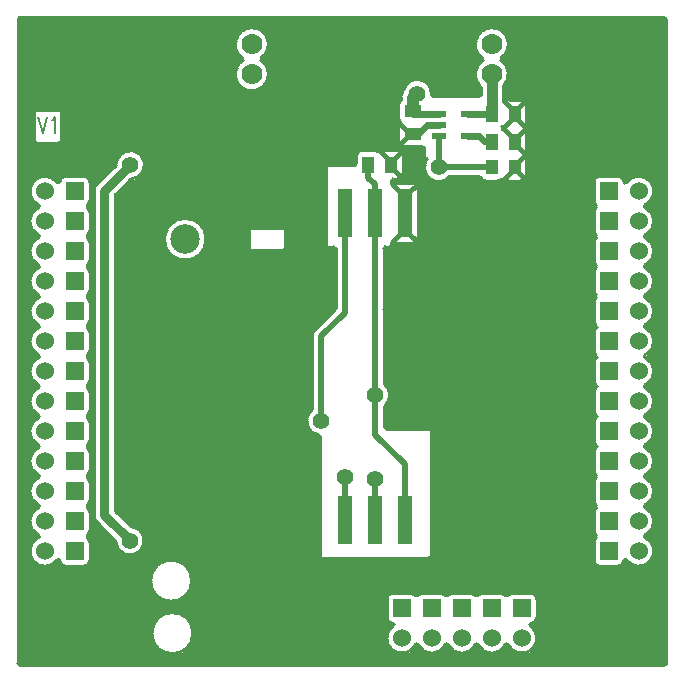
<source format=gbr>
*
*
G04 PADS 9.2 Build Number: 414666 generated Gerber (RS-274-X) file*
G04 PC Version=2.1*
*
%IN "GSM UBLOX LEON.pcb"*%
*
%MOIN*%
*
%FSLAX35Y35*%
*
*
*
*
G04 PC Standard Apertures*
*
*
G04 Thermal Relief Aperture macro.*
%AMTER*
1,1,$1,0,0*
1,0,$1-$2,0,0*
21,0,$3,$4,0,0,45*
21,0,$3,$4,0,0,135*
%
*
*
G04 Annular Aperture macro.*
%AMANN*
1,1,$1,0,0*
1,0,$2,0,0*
%
*
*
G04 Odd Aperture macro.*
%AMODD*
1,1,$1,0,0*
1,0,$1-0.005,0,0*
%
*
*
G04 PC Custom Aperture Macros*
*
*
*
*
*
*
G04 PC Aperture Table*
*
%ADD011C,0.06*%
%ADD012R,0.07X0.07*%
%ADD013C,0.23622*%
%ADD016C,0.04*%
%ADD017C,0.02*%
%ADD018C,0.015*%
%ADD019C,0.03*%
%ADD022C,0.055*%
%ADD024C,0.001*%
%ADD025C,0.01*%
%ADD031C,0.07*%
%ADD036C,0.008*%
%ADD040R,0.06X0.06*%
%ADD043R,0.056X0.039*%
%ADD044R,0.039X0.056*%
%ADD045C,0.09843*%
%ADD046R,0.039X0.051*%
%ADD047R,0.05X0.16*%
%ADD048R,0.045X0.024*%
%ADD049C,0.022*%
%ADD050C,0.035*%
*
*
*
*
G04 PC Circuitry*
G04 Layer Name GSM UBLOX LEON.pcb - circuitry*
%LPD*%
*
*
G04 PC Custom Flashes*
G04 Layer Name GSM UBLOX LEON.pcb - flashes*
%LPD*%
*
*
G04 PC Circuitry*
G04 Layer Name GSM UBLOX LEON.pcb - circuitry*
%LPD*%
*
G54D11*
G01X329000Y280000D03*
X131000Y250000D03*
X329000Y230000D03*
Y220000D03*
X131000Y240000D03*
X329000Y210000D03*
X131000Y230000D03*
X329000Y200000D03*
X131000Y220000D03*
X329000Y190000D03*
Y180000D03*
Y270000D03*
Y170000D03*
Y160000D03*
X290000Y131000D03*
X131000Y210000D03*
X280000Y131000D03*
X131000Y200000D03*
X250000Y131000D03*
X131000Y190000D03*
X270000Y131000D03*
X131000Y180000D03*
X260000Y131000D03*
X131000Y170000D03*
Y160000D03*
X329000Y260000D03*
X131000Y280000D03*
Y270000D03*
X329000Y250000D03*
X131000Y260000D03*
X329000Y240000D03*
G54D12*
X210000Y329000D03*
X290000D03*
G54D13*
X140000Y140000D03*
Y320000D03*
X320000D03*
Y140000D03*
G54D16*
X253600Y306600D02*
Y311200D01*
X254900Y312500*
X255100*
G54D17*
X231000Y170300D02*
Y184800D01*
X241000Y170300D02*
Y184000D01*
X241100Y184100*
X223000Y203400D02*
Y231600D01*
X231000Y239500*
Y272700*
X241200Y212000D02*
Y198900D01*
X251000Y189100*
Y170300*
X241000Y272700D02*
Y239800D01*
X241200Y239600*
Y212000*
X262300Y288000D02*
X280000D01*
X262250Y298300D02*
Y288000D01*
X262300*
X238800Y288900D02*
Y284500D01*
X241000Y282300*
Y272700*
G54D18*
X290964Y284036D02*
X288979Y286021D01*
X284236Y284036D02*
X286221Y286021D01*
X290964Y291964D02*
X288979Y289979D01*
X249764Y284686D02*
X247779Y286671D01*
X243036Y293114D02*
X245021Y291129D01*
X249764Y293114D02*
X247779Y291129D01*
X249386Y295636D02*
X251371Y297621D01*
X249386Y302364D02*
X251371Y300379D01*
X290964Y292286D02*
X288979Y294271D01*
X290964Y300714D02*
X288979Y298729D01*
X284236Y300714D02*
X286221Y298729D01*
X290964Y301486D02*
X288979Y303471D01*
X284236Y309914D02*
X286221Y307929D01*
X290964Y309914D02*
X288979Y307929D01*
X284236Y301486D02*
X286221Y303471D01*
X247086Y282114D02*
X249232Y279968D01*
X254914Y282114D02*
X252768Y279968D01*
X254914Y263286D02*
X252768Y265432D01*
X247086Y263286D02*
X249232Y265432D01*
G54D19*
X150900Y280200D02*
Y172100D01*
X159400Y163600*
Y163500*
X150900Y280200D02*
X159500Y288800D01*
G54D22*
X224300Y129200D03*
Y146500D03*
X159400Y163500D03*
X281000Y163600D03*
X241100Y184100D03*
X231000Y184800D03*
X223000Y203400D03*
X159600Y214000D03*
X241200Y212000D03*
X274000Y207700D03*
X213600Y217500D03*
X273700Y246700D03*
X289400Y251000D03*
X197300Y255400D03*
X218000Y255300D03*
Y263800D03*
X273700Y255300D03*
X197100Y272800D03*
X272700Y268300D03*
Y277000D03*
X159500Y288800D03*
X297800Y293000D03*
X262300Y288000D03*
X168700Y300000D03*
X174200Y305500D03*
X181900D03*
X190000D03*
X297800Y302300D03*
Y311200D03*
X255100Y312500D03*
G54D24*
G54D25*
X180331Y132700D02*
G75*
G03X180331I-6831J0D01*
G01X179931Y150200D02*
G03X179931I-6831J0D01*
G01X184721Y264000D02*
G03X184721I-6921J0D01*
G01X338000Y122500D02*
Y337500D01*
G03X337500Y338000I-500J-0*
G01X122500*
G03X122000Y337500I0J-500*
G01Y122500*
G03X122500Y122000I500J0*
G01X337500*
G03X338000Y122500I-0J500*
G01X284262Y300740D02*
G03Y301460I-347J360D01*
G01X284170Y301555D02*
G03X284262Y301460I1480J1345D01*
G01X284170Y301555D02*
G03X283430I-370J-337D01*
G01X283338Y301460D02*
G03X283430Y301555I-1388J1440D01*
G01X283338Y301460D02*
G03Y300740I347J-360D01*
G01X283430Y300645D02*
G03X283338Y300740I-1480J-1345D01*
G01X283430Y300645D02*
G03X284170I370J337D01*
G01X284262Y300740D02*
G03X284170Y300645I1388J-1440D01*
G01X331083Y275455D02*
G03X324905Y282869I-2083J4545D01*
G01X331083Y275455D02*
G03Y274545I208J-455D01*
G01Y265455D02*
G03Y274545I-2083J4545D01*
G01Y265455D02*
G03Y264545I208J-455D01*
G01Y255455D02*
G03Y264545I-2083J4545D01*
G01Y255455D02*
G03Y254545I208J-455D01*
G01Y245455D02*
G03Y254545I-2083J4545D01*
G01Y245455D02*
G03Y244545I208J-455D01*
G01Y235455D02*
G03Y244545I-2083J4545D01*
G01Y235455D02*
G03Y234545I208J-455D01*
G01Y225455D02*
G03Y234545I-2083J4545D01*
G01Y225455D02*
G03Y224545I208J-455D01*
G01Y215455D02*
G03Y224545I-2083J4545D01*
G01Y215455D02*
G03Y214545I208J-455D01*
G01Y205455D02*
G03Y214545I-2083J4545D01*
G01Y205455D02*
G03Y204545I208J-455D01*
G01Y195455D02*
G03Y204545I-2083J4545D01*
G01Y195455D02*
G03Y194545I208J-455D01*
G01Y185455D02*
G03Y194545I-2083J4545D01*
G01Y185455D02*
G03Y184545I208J-455D01*
G01Y175455D02*
G03Y184545I-2083J4545D01*
G01Y175455D02*
G03Y174545I208J-455D01*
G01Y165455D02*
G03Y174545I-2083J4545D01*
G01Y165455D02*
G03Y164545I208J-455D01*
G01X324905Y157131D02*
G03X331083Y164545I4095J2869D01*
G01X324905Y157131D02*
G03X323996Y156876I-410J-286D01*
G01X322000Y155000D02*
G03X323996Y156876I0J2000D01*
G01X322000Y155000D02*
X316000D01*
X314000Y157000D02*
G03X316000Y155000I2000J0D01*
G01X314000Y157000D02*
Y163000D01*
X314800Y164600D02*
G03X314000Y163000I1200J-1600D01*
G01X314800Y164600D02*
G03Y165400I-300J400D01*
G01X314000Y167000D02*
G03X314800Y165400I2000J0D01*
G01X314000Y167000D02*
Y173000D01*
X314800Y174600D02*
G03X314000Y173000I1200J-1600D01*
G01X314800Y174600D02*
G03Y175400I-300J400D01*
G01X314000Y177000D02*
G03X314800Y175400I2000J0D01*
G01X314000Y177000D02*
Y183000D01*
X314800Y184600D02*
G03X314000Y183000I1200J-1600D01*
G01X314800Y184600D02*
G03Y185400I-300J400D01*
G01X314000Y187000D02*
G03X314800Y185400I2000J0D01*
G01X314000Y187000D02*
Y193000D01*
X314800Y194600D02*
G03X314000Y193000I1200J-1600D01*
G01X314800Y194600D02*
G03Y195400I-300J400D01*
G01X314000Y197000D02*
G03X314800Y195400I2000J0D01*
G01X314000Y197000D02*
Y203000D01*
X314800Y204600D02*
G03X314000Y203000I1200J-1600D01*
G01X314800Y204600D02*
G03Y205400I-300J400D01*
G01X314000Y207000D02*
G03X314800Y205400I2000J0D01*
G01X314000Y207000D02*
Y213000D01*
X314800Y214600D02*
G03X314000Y213000I1200J-1600D01*
G01X314800Y214600D02*
G03Y215400I-300J400D01*
G01X314000Y217000D02*
G03X314800Y215400I2000J0D01*
G01X314000Y217000D02*
Y223000D01*
X314800Y224600D02*
G03X314000Y223000I1200J-1600D01*
G01X314800Y224600D02*
G03Y225400I-300J400D01*
G01X314000Y227000D02*
G03X314800Y225400I2000J0D01*
G01X314000Y227000D02*
Y233000D01*
X314800Y234600D02*
G03X314000Y233000I1200J-1600D01*
G01X314800Y234600D02*
G03Y235400I-300J400D01*
G01X314000Y237000D02*
G03X314800Y235400I2000J0D01*
G01X314000Y237000D02*
Y243000D01*
X314800Y244600D02*
G03X314000Y243000I1200J-1600D01*
G01X314800Y244600D02*
G03Y245400I-300J400D01*
G01X314000Y247000D02*
G03X314800Y245400I2000J0D01*
G01X314000Y247000D02*
Y253000D01*
X314800Y254600D02*
G03X314000Y253000I1200J-1600D01*
G01X314800Y254600D02*
G03Y255400I-300J400D01*
G01X314000Y257000D02*
G03X314800Y255400I2000J0D01*
G01X314000Y257000D02*
Y263000D01*
X314800Y264600D02*
G03X314000Y263000I1200J-1600D01*
G01X314800Y264600D02*
G03Y265400I-300J400D01*
G01X314000Y267000D02*
G03X314800Y265400I2000J0D01*
G01X314000Y267000D02*
Y273000D01*
X314800Y274600D02*
G03X314000Y273000I1200J-1600D01*
G01X314800Y274600D02*
G03Y275400I-300J400D01*
G01X314000Y277000D02*
G03X314800Y275400I2000J0D01*
G01X314000Y277000D02*
Y283000D01*
X316000Y285000D02*
G03X314000Y283000I0J-2000D01*
G01X316000Y285000D02*
X322000D01*
X323996Y283124D02*
G03X322000Y285000I-1996J-124D01*
G01X323996Y283124D02*
G03X324905Y282869I499J31D01*
G01X295000Y144000D02*
Y138000D01*
X293124Y136004D02*
G03X295000Y138000I-124J1996D01*
G01X293124Y136004D02*
G03X292869Y135095I31J-499D01*
G01X285455Y128917D02*
G03X292869Y135095I4545J2083D01*
G01X285455Y128917D02*
G03X284545I-455J-208D01*
G01X275455D02*
G03X284545I4545J2083D01*
G01X275455D02*
G03X274545I-455J-208D01*
G01X265455D02*
G03X274545I4545J2083D01*
G01X265455D02*
G03X264545I-455J-208D01*
G01X255455D02*
G03X264545I4545J2083D01*
G01X255455D02*
G03X254545I-455J-208D01*
G01X247131Y135095D02*
G03X254545Y128917I2869J-4095D01*
G01X247131Y135095D02*
G03X246876Y136004I-286J410D01*
G01X245000Y138000D02*
G03X246876Y136004I2000J0D01*
G01X245000Y138000D02*
Y144000D01*
X247000Y146000D02*
G03X245000Y144000I0J-2000D01*
G01X247000Y146000D02*
X253000D01*
X254600Y145200D02*
G03X253000Y146000I-1600J-1200D01*
G01X254600Y145200D02*
G03X255400I400J300D01*
G01X257000Y146000D02*
G03X255400Y145200I0J-2000D01*
G01X257000Y146000D02*
X263000D01*
X264600Y145200D02*
G03X263000Y146000I-1600J-1200D01*
G01X264600Y145200D02*
G03X265400I400J300D01*
G01X267000Y146000D02*
G03X265400Y145200I0J-2000D01*
G01X267000Y146000D02*
X273000D01*
X274600Y145200D02*
G03X273000Y146000I-1600J-1200D01*
G01X274600Y145200D02*
G03X275400I400J300D01*
G01X277000Y146000D02*
G03X275400Y145200I0J-2000D01*
G01X277000Y146000D02*
X283000D01*
X284600Y145200D02*
G03X283000Y146000I-1600J-1200D01*
G01X284600Y145200D02*
G03X285400I400J300D01*
G01X287000Y146000D02*
G03X285400Y145200I0J-2000D01*
G01X287000Y146000D02*
X293000D01*
X295000Y144000D02*
G03X293000Y146000I-2000J0D01*
G01X259600Y200400D02*
Y158300D01*
X259100Y157800D02*
G03X259600Y158300I0J500D01*
G01X259100Y157800D02*
X223300D01*
X222800Y158300D02*
G03X223300Y157800I500J0D01*
G01X222800Y158300D02*
Y198197D01*
G03X222367Y198692I-500J-0*
G01X219833Y206940D02*
G03X222367Y198692I3167J-3540D01*
G01X219833Y206940D02*
G03X220000Y207313I-333J373D01*
G01Y231600*
X220892Y233735D02*
G03X220000Y231600I2108J-2135D01*
G01X220892Y233735D02*
X227851Y240607D01*
G03X228000Y240963I-351J356*
G01Y261000*
G03X227500Y261500I-500J-0*
G01X225100*
X224600Y262000D02*
G03X225100Y261500I500J0D01*
G01X224600Y262000D02*
Y288400D01*
X225100Y288900D02*
G03X224600Y288400I0J-500D01*
G01X225100Y288900D02*
X234350D01*
G03X234850Y289400I-0J500*
G01Y291700*
X236850Y293700D02*
G03X234850Y291700I0J-2000D01*
G01X236850Y293700D02*
X240750D01*
X242230Y293045D02*
G03X240750Y293700I-1480J-1345D01*
G01X242230Y293045D02*
G03X242970I370J337D01*
G01X244450Y293700D02*
G03X242970Y293045I0J-2000D01*
G01X244450Y293700D02*
X248350D01*
X250350Y291700D02*
G03X248350Y293700I-2000J0D01*
G01X250350Y291700D02*
Y286100D01*
X248350Y284100D02*
G03X250350Y286100I0J2000D01*
G01X248350Y284100D02*
X247000D01*
G03X246500Y283600I0J-500*
G01Y282700*
G03X247300Y282300I500J0*
G01X248500Y282700D02*
G03X247300Y282300I0J-2000D01*
G01X248500Y282700D02*
X253500D01*
X255500Y280700D02*
G03X253500Y282700I-2000J0D01*
G01X255500Y280700D02*
Y264700D01*
X253500Y262700D02*
G03X255500Y264700I0J2000D01*
G01X253500Y262700D02*
X248500D01*
X247300Y263100D02*
G03X248500Y262700I1200J1600D01*
G01X247300Y263100D02*
G03X246500Y262700I-300J-400D01*
G01Y262000*
X246000Y261500D02*
G03X246500Y262000I0J500D01*
G01X246000Y261500D02*
X244500D01*
G03X244000Y261000I0J-500*
G01Y240766*
G03X244029Y240600I500J0*
G01X244200Y239600D02*
G03X244029Y240600I-3000J0D01*
G01X244200Y239600D02*
Y215913D01*
G03X244367Y215540I500J0*
G01Y208460D02*
G03Y215540I-3167J3540D01*
G01Y208460D02*
G03X244200Y208087I333J-373D01*
G01Y201400*
G03X244700Y200900I500J0*
G01X259100*
X259600Y200400D02*
G03X259100Y200900I-500J0D01*
G01X291550Y308500D02*
Y302900D01*
X290938Y301460D02*
G03X291550Y302900I-1388J1440D01*
G01X290938Y301460D02*
G03Y300740I347J-360D01*
G01X291550Y299300D02*
G03X290938Y300740I-2000J0D01*
G01X291550Y299300D02*
Y293700D01*
X291103Y292440D02*
G03X291550Y293700I-1553J1260D01*
G01X291103Y292440D02*
G03Y291810I389J-315D01*
G01X291550Y290550D02*
G03X291103Y291810I-2000J0D01*
G01X291550Y290550D02*
Y285450D01*
X289550Y283450D02*
G03X291550Y285450I0J2000D01*
G01X289550Y283450D02*
X285650D01*
X284170Y284105D02*
G03X285650Y283450I1480J1345D01*
G01X284170Y284105D02*
G03X283430I-370J-337D01*
G01X281950Y283450D02*
G03X283430Y284105I0J2000D01*
G01X281950Y283450D02*
X278050D01*
X276200Y284690D02*
G03X278050Y283450I1850J760D01*
G01X276200Y284690D02*
G03X275738Y285000I-462J-190D01*
G01X266213*
G03X265840Y284833I0J-500*
G01X258282Y290533D02*
G03X265840Y284833I4018J-2533D01*
G01X258282Y290533D02*
G03X257859Y291300I-423J267D01*
G01X257800*
X257300Y291800D02*
G03X257800Y291300I500J0D01*
G01X257300Y291800D02*
Y294582D01*
G03X256720Y295076I-500J0*
G01X256400Y295050D02*
G03X256720Y295076I0J2000D01*
G01X256400Y295050D02*
X250800D01*
X248800Y297050D02*
G03X250800Y295050I2000J0D01*
G01X248800Y297050D02*
Y300950D01*
X249455Y302430D02*
G03X248800Y300950I1345J-1480D01*
G01X249455Y302430D02*
G03Y303170I-337J370D01*
G01X248800Y304650D02*
G03X249455Y303170I2000J0D01*
G01X248800Y304650D02*
Y308550D01*
X249440Y310016D02*
G03X248800Y308550I1360J-1466D01*
G01X249440Y310016D02*
G03X249600Y310383I-340J367D01*
G01Y311200*
X250457Y313674D02*
G03X249600Y311200I3143J-2474D01*
G01X250457Y313674D02*
G03X250543Y313842I-393J309D01*
G01X259836Y312138D02*
G03X250543Y313842I-4736J362D01*
G01X259836Y312138D02*
G03X260335Y311600I499J-38D01*
G01X275750*
G03X276250Y312100I-0J500*
G01Y314765*
G03X276104Y315118I-500J-0*
G01X276960Y323583D02*
G03X276104Y315118I3040J-4583D01*
G01X276960Y323583D02*
G03Y324417I-277J417D01*
G01X283040D02*
G03X276960I-3040J4583D01*
G01X283040D02*
G03Y323583I277J-417D01*
G01X283896Y315118D02*
G03X283040Y323583I-3896J3882D01*
G01X283896Y315118D02*
G03X283750Y314765I354J-353D01*
G01Y310571*
G03X284530Y310157I500J0*
G01X285650Y310500D02*
G03X284530Y310157I0J-2000D01*
G01X285650Y310500D02*
X289550D01*
X291550Y308500D02*
G03X289550Y310500I-2000J0D01*
G01X211000Y267100D02*
Y260900D01*
X210500Y260400D02*
G03X211000Y260900I0J500D01*
G01X210500Y260400D02*
X199500D01*
X199000Y260900D02*
G03X199500Y260400I500J0D01*
G01X199000Y260900D02*
Y267100D01*
X199500Y267600D02*
G03X199000Y267100I0J-500D01*
G01X199500Y267600D02*
X210500D01*
X211000Y267100D02*
G03X210500Y267600I-500J0D01*
G01X203040Y324417D02*
G03X196960I-3040J4583D01*
G01X203040D02*
G03Y323583I277J-417D01*
G01X196960D02*
G03X203040I3040J-4583D01*
G01X196960D02*
G03Y324417I-277J417D01*
G01X180331Y132700D02*
G03X180331I-6831J0D01*
G01X179931Y150200D02*
G03X179931I-6831J0D01*
G01X184721Y264000D02*
G03X184721I-6921J0D01*
G01X159884Y284065D02*
G03X154765Y289184I-384J4735D01*
G01X159884Y284065D02*
G03X159570Y283921I40J-498D01*
G01X154546Y278897*
G03X154400Y278543I354J-354*
G01Y173757*
G03X154546Y173403I500J-0*
G01X159581Y168369*
G03X159883Y168225I353J354*
G01X154659Y163214D02*
G03X159883Y168225I4741J286D01*
G01X154659Y163214D02*
G03X154513Y163537I-499J-30D01*
G01X148425Y169625*
X147400Y172100D02*
G03X148425Y169625I3500J0D01*
G01X147400Y172100D02*
Y280200D01*
X148425Y282675D02*
G03X147400Y280200I2475J-2475D01*
G01X148425Y282675D02*
X154621Y288870D01*
G03X154765Y289184I-354J354*
G01X146000Y283000D02*
Y277000D01*
X145200Y275400D02*
G03X146000Y277000I-1200J1600D01*
G01X145200Y275400D02*
G03Y274600I300J-400D01*
G01X146000Y273000D02*
G03X145200Y274600I-2000J0D01*
G01X146000Y273000D02*
Y267000D01*
X145200Y265400D02*
G03X146000Y267000I-1200J1600D01*
G01X145200Y265400D02*
G03Y264600I300J-400D01*
G01X146000Y263000D02*
G03X145200Y264600I-2000J0D01*
G01X146000Y263000D02*
Y257000D01*
X145200Y255400D02*
G03X146000Y257000I-1200J1600D01*
G01X145200Y255400D02*
G03Y254600I300J-400D01*
G01X146000Y253000D02*
G03X145200Y254600I-2000J0D01*
G01X146000Y253000D02*
Y247000D01*
X145200Y245400D02*
G03X146000Y247000I-1200J1600D01*
G01X145200Y245400D02*
G03Y244600I300J-400D01*
G01X146000Y243000D02*
G03X145200Y244600I-2000J0D01*
G01X146000Y243000D02*
Y237000D01*
X145200Y235400D02*
G03X146000Y237000I-1200J1600D01*
G01X145200Y235400D02*
G03Y234600I300J-400D01*
G01X146000Y233000D02*
G03X145200Y234600I-2000J0D01*
G01X146000Y233000D02*
Y227000D01*
X145200Y225400D02*
G03X146000Y227000I-1200J1600D01*
G01X145200Y225400D02*
G03Y224600I300J-400D01*
G01X146000Y223000D02*
G03X145200Y224600I-2000J0D01*
G01X146000Y223000D02*
Y217000D01*
X145200Y215400D02*
G03X146000Y217000I-1200J1600D01*
G01X145200Y215400D02*
G03Y214600I300J-400D01*
G01X146000Y213000D02*
G03X145200Y214600I-2000J0D01*
G01X146000Y213000D02*
Y207000D01*
X145200Y205400D02*
G03X146000Y207000I-1200J1600D01*
G01X145200Y205400D02*
G03Y204600I300J-400D01*
G01X146000Y203000D02*
G03X145200Y204600I-2000J0D01*
G01X146000Y203000D02*
Y197000D01*
X145200Y195400D02*
G03X146000Y197000I-1200J1600D01*
G01X145200Y195400D02*
G03Y194600I300J-400D01*
G01X146000Y193000D02*
G03X145200Y194600I-2000J0D01*
G01X146000Y193000D02*
Y187000D01*
X145200Y185400D02*
G03X146000Y187000I-1200J1600D01*
G01X145200Y185400D02*
G03Y184600I300J-400D01*
G01X146000Y183000D02*
G03X145200Y184600I-2000J0D01*
G01X146000Y183000D02*
Y177000D01*
X145200Y175400D02*
G03X146000Y177000I-1200J1600D01*
G01X145200Y175400D02*
G03Y174600I300J-400D01*
G01X146000Y173000D02*
G03X145200Y174600I-2000J0D01*
G01X146000Y173000D02*
Y167000D01*
X145200Y165400D02*
G03X146000Y167000I-1200J1600D01*
G01X145200Y165400D02*
G03Y164600I300J-400D01*
G01X146000Y163000D02*
G03X145200Y164600I-2000J0D01*
G01X146000Y163000D02*
Y157000D01*
X144000Y155000D02*
G03X146000Y157000I0J2000D01*
G01X144000Y155000D02*
X138000D01*
X136004Y156876D02*
G03X138000Y155000I1996J124D01*
G01X136004Y156876D02*
G03X135095Y157131I-499J-31D01*
G01X128917Y164545D02*
G03X135095Y157131I2083J-4545D01*
G01X128917Y164545D02*
G03Y165455I-208J455D01*
G01Y174545D02*
G03Y165455I2083J-4545D01*
G01Y174545D02*
G03Y175455I-208J455D01*
G01Y184545D02*
G03Y175455I2083J-4545D01*
G01Y184545D02*
G03Y185455I-208J455D01*
G01Y194545D02*
G03Y185455I2083J-4545D01*
G01Y194545D02*
G03Y195455I-208J455D01*
G01Y204545D02*
G03Y195455I2083J-4545D01*
G01Y204545D02*
G03Y205455I-208J455D01*
G01Y214545D02*
G03Y205455I2083J-4545D01*
G01Y214545D02*
G03Y215455I-208J455D01*
G01Y224545D02*
G03Y215455I2083J-4545D01*
G01Y224545D02*
G03Y225455I-208J455D01*
G01Y234545D02*
G03Y225455I2083J-4545D01*
G01Y234545D02*
G03Y235455I-208J455D01*
G01Y244545D02*
G03Y235455I2083J-4545D01*
G01Y244545D02*
G03Y245455I-208J455D01*
G01Y254545D02*
G03Y245455I2083J-4545D01*
G01Y254545D02*
G03Y255455I-208J455D01*
G01Y264545D02*
G03Y255455I2083J-4545D01*
G01Y264545D02*
G03Y265455I-208J455D01*
G01Y274545D02*
G03Y265455I2083J-4545D01*
G01Y274545D02*
G03Y275455I-208J455D01*
G01X135095Y282869D02*
G03X128917Y275455I-4095J-2869D01*
G01X135095Y282869D02*
G03X136004Y283124I410J286D01*
G01X138000Y285000D02*
G03X136004Y283124I0J-2000D01*
G01X138000Y285000D02*
X144000D01*
X146000Y283000D02*
G03X144000Y285000I-2000J0D01*
G01X136532Y306000D02*
Y297200D01*
X135432Y296100D02*
G03X136532Y297200I-0J1100D01*
G01X135432Y296100D02*
X128450D01*
X127350Y297200D02*
G03X128450Y296100I1100J0D01*
G01X127350Y297200D02*
Y306000D01*
X128450Y307100D02*
G03X127350Y306000I0J-1100D01*
G01X128450Y307100D02*
X135432D01*
X136532Y306000D02*
G03X135432Y307100I-1100J0D01*
G01X283284Y301399D02*
X284316D01*
X283670Y300499D02*
X283930D01*
X122000Y337399D02*
X338000D01*
X122000Y336499D02*
X338000D01*
X122000Y335599D02*
X338000D01*
X122000Y334699D02*
X338000D01*
X282688Y333799D02*
X338000D01*
X283879Y332899D02*
X338000D01*
X284611Y331999D02*
X338000D01*
X285084Y331099D02*
X338000D01*
X285368Y330199D02*
X338000D01*
X285492Y329299D02*
X338000D01*
X285467Y328399D02*
X338000D01*
X285291Y327499D02*
X338000D01*
X284948Y326599D02*
X338000D01*
X284399Y325699D02*
X338000D01*
X283550Y324799D02*
X338000D01*
X282827Y323899D02*
X338000D01*
X283776Y322999D02*
X338000D01*
X284544Y322099D02*
X338000D01*
X285041Y321199D02*
X338000D01*
X285344Y320299D02*
X338000D01*
X285486Y319399D02*
X338000D01*
X285477Y318499D02*
X338000D01*
X285319Y317599D02*
X338000D01*
X284995Y316699D02*
X338000D01*
X284472Y315799D02*
X338000D01*
X283768Y314899D02*
X338000D01*
X283750Y313999D02*
X338000D01*
X283750Y313099D02*
X338000D01*
X283750Y312199D02*
X338000D01*
X283750Y311299D02*
X338000D01*
X290179Y310399D02*
X338000D01*
X291283Y309499D02*
X338000D01*
X291548Y308599D02*
X338000D01*
X291550Y307699D02*
X338000D01*
X291550Y306799D02*
X338000D01*
X291550Y305899D02*
X338000D01*
X291550Y304999D02*
X338000D01*
X291550Y304099D02*
X338000D01*
X291550Y303199D02*
X338000D01*
X291457Y302299D02*
X338000D01*
X290884Y301399D02*
X338000D01*
X291151Y300499D02*
X338000D01*
X291528Y299599D02*
X338000D01*
X291550Y298699D02*
X338000D01*
X291550Y297799D02*
X338000D01*
X291550Y296899D02*
X338000D01*
X291550Y295999D02*
X338000D01*
X291550Y295099D02*
X338000D01*
X291550Y294199D02*
X338000D01*
X291509Y293299D02*
X338000D01*
X291073Y292399D02*
X338000D01*
X291311Y291499D02*
X338000D01*
X291549Y290599D02*
X338000D01*
X291550Y289699D02*
X338000D01*
X291550Y288799D02*
X338000D01*
X291550Y287899D02*
X338000D01*
X291550Y286999D02*
X338000D01*
X291550Y286099D02*
X338000D01*
X291534Y285199D02*
X338000D01*
X331554Y284299D02*
X338000D01*
X332667Y283399D02*
X338000D01*
X333331Y282499D02*
X338000D01*
X333738Y281599D02*
X338000D01*
X333951Y280699D02*
X338000D01*
X333996Y279799D02*
X338000D01*
X333877Y278899D02*
X338000D01*
X333582Y277999D02*
X338000D01*
X333072Y277099D02*
X338000D01*
X332248Y276199D02*
X338000D01*
X330890Y275299D02*
X338000D01*
X331377Y274399D02*
X338000D01*
X332572Y273499D02*
X338000D01*
X333272Y272599D02*
X338000D01*
X333703Y271699D02*
X338000D01*
X333936Y270799D02*
X338000D01*
X333999Y269899D02*
X338000D01*
X333899Y268999D02*
X338000D01*
X333624Y268099D02*
X338000D01*
X333142Y267199D02*
X338000D01*
X332362Y266299D02*
X338000D01*
X330990Y265399D02*
X338000D01*
X331182Y264499D02*
X338000D01*
X332471Y263599D02*
X338000D01*
X333209Y262699D02*
X338000D01*
X333665Y261799D02*
X338000D01*
X333919Y260899D02*
X338000D01*
X334000Y259999D02*
X338000D01*
X333918Y259099D02*
X338000D01*
X333664Y258199D02*
X338000D01*
X333208Y257299D02*
X338000D01*
X332469Y256399D02*
X338000D01*
X331177Y255499D02*
X338000D01*
X330993Y254599D02*
X338000D01*
X332365Y253699D02*
X338000D01*
X333143Y252799D02*
X338000D01*
X333625Y251899D02*
X338000D01*
X333899Y250999D02*
X338000D01*
X333999Y250099D02*
X338000D01*
X333935Y249199D02*
X338000D01*
X333702Y248299D02*
X338000D01*
X333270Y247399D02*
X338000D01*
X332569Y246499D02*
X338000D01*
X331372Y245599D02*
X338000D01*
X330892Y244699D02*
X338000D01*
X332251Y243799D02*
X338000D01*
X333074Y242899D02*
X338000D01*
X333583Y241999D02*
X338000D01*
X333878Y241099D02*
X338000D01*
X333996Y240199D02*
X338000D01*
X333951Y239299D02*
X338000D01*
X333737Y238399D02*
X338000D01*
X333329Y237499D02*
X338000D01*
X332665Y236599D02*
X338000D01*
X331549Y235699D02*
X338000D01*
X330834Y234799D02*
X338000D01*
X332131Y233899D02*
X338000D01*
X333001Y232999D02*
X338000D01*
X333538Y232099D02*
X338000D01*
X333854Y231199D02*
X338000D01*
X333991Y230299D02*
X338000D01*
X333964Y229399D02*
X338000D01*
X333769Y228499D02*
X338000D01*
X333386Y227599D02*
X338000D01*
X332755Y226699D02*
X338000D01*
X331711Y225799D02*
X338000D01*
X330802Y224899D02*
X338000D01*
X332002Y223999D02*
X338000D01*
X332924Y223099D02*
X338000D01*
X333491Y222199D02*
X338000D01*
X333828Y221299D02*
X338000D01*
X333984Y220399D02*
X338000D01*
X333975Y219499D02*
X338000D01*
X333800Y218599D02*
X338000D01*
X333439Y217699D02*
X338000D01*
X332841Y216799D02*
X338000D01*
X331860Y215899D02*
X338000D01*
X330791Y214999D02*
X338000D01*
X331864Y214099D02*
X338000D01*
X332843Y213199D02*
X338000D01*
X333440Y212299D02*
X338000D01*
X333800Y211399D02*
X338000D01*
X333975Y210499D02*
X338000D01*
X333984Y209599D02*
X338000D01*
X333828Y208699D02*
X338000D01*
X333489Y207799D02*
X338000D01*
X332922Y206899D02*
X338000D01*
X331998Y205999D02*
X338000D01*
X330801Y205099D02*
X338000D01*
X331715Y204199D02*
X338000D01*
X332758Y203299D02*
X338000D01*
X333387Y202399D02*
X338000D01*
X333770Y201499D02*
X338000D01*
X333964Y200599D02*
X338000D01*
X333991Y199699D02*
X338000D01*
X333854Y198799D02*
X338000D01*
X333537Y197899D02*
X338000D01*
X332999Y196999D02*
X338000D01*
X332127Y196099D02*
X338000D01*
X330833Y195199D02*
X338000D01*
X331554Y194299D02*
X338000D01*
X332667Y193399D02*
X338000D01*
X333331Y192499D02*
X338000D01*
X333738Y191599D02*
X338000D01*
X333951Y190699D02*
X338000D01*
X333996Y189799D02*
X338000D01*
X333877Y188899D02*
X338000D01*
X333582Y187999D02*
X338000D01*
X333072Y187099D02*
X338000D01*
X332248Y186199D02*
X338000D01*
X330890Y185299D02*
X338000D01*
X331377Y184399D02*
X338000D01*
X332572Y183499D02*
X338000D01*
X333272Y182599D02*
X338000D01*
X333703Y181699D02*
X338000D01*
X333936Y180799D02*
X338000D01*
X333999Y179899D02*
X338000D01*
X333899Y178999D02*
X338000D01*
X333624Y178099D02*
X338000D01*
X333142Y177199D02*
X338000D01*
X332362Y176299D02*
X338000D01*
X330990Y175399D02*
X338000D01*
X331182Y174499D02*
X338000D01*
X332471Y173599D02*
X338000D01*
X333209Y172699D02*
X338000D01*
X333665Y171799D02*
X338000D01*
X333919Y170899D02*
X338000D01*
X334000Y169999D02*
X338000D01*
X333918Y169099D02*
X338000D01*
X333664Y168199D02*
X338000D01*
X333208Y167299D02*
X338000D01*
X332469Y166399D02*
X338000D01*
X331177Y165499D02*
X338000D01*
X330993Y164599D02*
X338000D01*
X332365Y163699D02*
X338000D01*
X333143Y162799D02*
X338000D01*
X333625Y161899D02*
X338000D01*
X333899Y160999D02*
X338000D01*
X333999Y160099D02*
X338000D01*
X333935Y159199D02*
X338000D01*
X333702Y158299D02*
X338000D01*
X333270Y157399D02*
X338000D01*
X332569Y156499D02*
X338000D01*
X331372Y155599D02*
X338000D01*
X178240Y154699D02*
X338000D01*
X178906Y153799D02*
X338000D01*
X179375Y152899D02*
X338000D01*
X179690Y151999D02*
X338000D01*
X179871Y151099D02*
X338000D01*
X179931Y150199D02*
X338000D01*
X179871Y149299D02*
X338000D01*
X179689Y148399D02*
X338000D01*
X179374Y147499D02*
X338000D01*
X178904Y146599D02*
X338000D01*
X294056Y145699D02*
X338000D01*
X294834Y144799D02*
X338000D01*
X295000Y143899D02*
X338000D01*
X295000Y142999D02*
X338000D01*
X295000Y142099D02*
X338000D01*
X295000Y141199D02*
X338000D01*
X295000Y140299D02*
X338000D01*
X295000Y139399D02*
X338000D01*
X295000Y138499D02*
X338000D01*
X294959Y137599D02*
X338000D01*
X294519Y136699D02*
X338000D01*
X292751Y135799D02*
X338000D01*
X293131Y134899D02*
X338000D01*
X294001Y133999D02*
X338000D01*
X294538Y133099D02*
X338000D01*
X294854Y132199D02*
X338000D01*
X294991Y131299D02*
X338000D01*
X294964Y130399D02*
X338000D01*
X294769Y129499D02*
X338000D01*
X294386Y128599D02*
X338000D01*
X293755Y127699D02*
X338000D01*
X292711Y126799D02*
X338000D01*
X174133Y125899D02*
X338000D01*
X122000Y124999D02*
X338000D01*
X122000Y124099D02*
X338000D01*
X122000Y123199D02*
X338000D01*
X122042Y122299D02*
X337958D01*
X323427Y155599D02*
X326628D01*
X323521Y284299D02*
X326446D01*
X323936Y156499D02*
X325431D01*
X323960Y283399D02*
X325333D01*
X244884Y214999D02*
X315000D01*
X244200Y205099D02*
X314990D01*
X244200Y224899D02*
X314990D01*
X259600Y195199D02*
X314959D01*
X244200Y234799D02*
X314958D01*
X255500Y275299D02*
X314901D01*
X259600Y185299D02*
X314901D01*
X244000Y244699D02*
X314899D01*
X255500Y265399D02*
X314802D01*
X259600Y175399D02*
X314802D01*
X244000Y254599D02*
X314798D01*
X259600Y164599D02*
X314798D01*
X244000Y255499D02*
X314679D01*
X259600Y165499D02*
X314679D01*
X255490Y264499D02*
X314676D01*
X259600Y174499D02*
X314676D01*
X244000Y245599D02*
X314573D01*
X177285Y155599D02*
X314573D01*
X255500Y274399D02*
X314570D01*
X259600Y184399D02*
X314570D01*
X244200Y235699D02*
X314481D01*
X291185Y284299D02*
X314479D01*
X259600Y194299D02*
X314479D01*
X244200Y225799D02*
X314401D01*
X244200Y204199D02*
X314399D01*
X244200Y215899D02*
X314331D01*
X245461Y214099D02*
X314329D01*
X244200Y205999D02*
X314269D01*
X244200Y223999D02*
X314267D01*
X259600Y196099D02*
X314215D01*
X244200Y233899D02*
X314213D01*
X255500Y276199D02*
X314168D01*
X259600Y186199D02*
X314168D01*
X244000Y243799D02*
X314166D01*
X255500Y266299D02*
X314127D01*
X259600Y176299D02*
X314127D01*
X244000Y253699D02*
X314126D01*
X259600Y163699D02*
X314126D01*
X244000Y256399D02*
X314093D01*
X259600Y166399D02*
X314093D01*
X255169Y263599D02*
X314092D01*
X259600Y173599D02*
X314092D01*
X244000Y246499D02*
X314064D01*
X175743Y156499D02*
X314064D01*
X255500Y273499D02*
X314063D01*
X259600Y183499D02*
X314063D01*
X244200Y236599D02*
X314041D01*
X263479Y283399D02*
X314040D01*
X259600Y193399D02*
X314040D01*
X244200Y226699D02*
X314023D01*
X244200Y203299D02*
X314022D01*
X244200Y216799D02*
X314010D01*
X245796Y213199D02*
X314010D01*
X244200Y206899D02*
X314003D01*
X244200Y223099D02*
X314002D01*
X254375Y282499D02*
X314000D01*
X255287Y281599D02*
X314000D01*
X255500Y280699D02*
X314000D01*
X255500Y279799D02*
X314000D01*
X255500Y278899D02*
X314000D01*
X255500Y277999D02*
X314000D01*
X255500Y277099D02*
X314000D01*
X255500Y272599D02*
X314000D01*
X255500Y271699D02*
X314000D01*
X255500Y270799D02*
X314000D01*
X255500Y269899D02*
X314000D01*
X255500Y268999D02*
X314000D01*
X255500Y268099D02*
X314000D01*
X255500Y267199D02*
X314000D01*
X246500Y262699D02*
X314000D01*
X246458Y261799D02*
X314000D01*
X244000Y260899D02*
X314000D01*
X244000Y259999D02*
X314000D01*
X244000Y259099D02*
X314000D01*
X244000Y258199D02*
X314000D01*
X244000Y257299D02*
X314000D01*
X244000Y252799D02*
X314000D01*
X244000Y251899D02*
X314000D01*
X244000Y250999D02*
X314000D01*
X244000Y250099D02*
X314000D01*
X244000Y249199D02*
X314000D01*
X244000Y248299D02*
X314000D01*
X244000Y247399D02*
X314000D01*
X244000Y242899D02*
X314000D01*
X244000Y241999D02*
X314000D01*
X244000Y241099D02*
X314000D01*
X244140Y240199D02*
X314000D01*
X244200Y239299D02*
X314000D01*
X244200Y238399D02*
X314000D01*
X244200Y237499D02*
X314000D01*
X244200Y232999D02*
X314000D01*
X244200Y232099D02*
X314000D01*
X244200Y231199D02*
X314000D01*
X244200Y230299D02*
X314000D01*
X244200Y229399D02*
X314000D01*
X244200Y228499D02*
X314000D01*
X244200Y227599D02*
X314000D01*
X244200Y222199D02*
X314000D01*
X244200Y221299D02*
X314000D01*
X244200Y220399D02*
X314000D01*
X244200Y219499D02*
X314000D01*
X244200Y218599D02*
X314000D01*
X244200Y217699D02*
X314000D01*
X245941Y212299D02*
X314000D01*
X245912Y211399D02*
X314000D01*
X245707Y210499D02*
X314000D01*
X245298Y209599D02*
X314000D01*
X244615Y208699D02*
X314000D01*
X244200Y207799D02*
X314000D01*
X244200Y202399D02*
X314000D01*
X244200Y201499D02*
X314000D01*
X259559Y200599D02*
X314000D01*
X259600Y199699D02*
X314000D01*
X259600Y198799D02*
X314000D01*
X259600Y197899D02*
X314000D01*
X259600Y196999D02*
X314000D01*
X259600Y192499D02*
X314000D01*
X259600Y191599D02*
X314000D01*
X259600Y190699D02*
X314000D01*
X259600Y189799D02*
X314000D01*
X259600Y188899D02*
X314000D01*
X259600Y187999D02*
X314000D01*
X259600Y187099D02*
X314000D01*
X259600Y182599D02*
X314000D01*
X259600Y181699D02*
X314000D01*
X259600Y180799D02*
X314000D01*
X259600Y179899D02*
X314000D01*
X259600Y178999D02*
X314000D01*
X259600Y178099D02*
X314000D01*
X259600Y177199D02*
X314000D01*
X259600Y172699D02*
X314000D01*
X259600Y171799D02*
X314000D01*
X259600Y170899D02*
X314000D01*
X259600Y169999D02*
X314000D01*
X259600Y169099D02*
X314000D01*
X259600Y168199D02*
X314000D01*
X259600Y167299D02*
X314000D01*
X259600Y162799D02*
X314000D01*
X259600Y161899D02*
X314000D01*
X259600Y160999D02*
X314000D01*
X259600Y160099D02*
X314000D01*
X259600Y159199D02*
X314000D01*
X259600Y158299D02*
X314000D01*
X146000Y157399D02*
X314000D01*
X282711Y126799D02*
X287289D01*
X283755Y127699D02*
X286245D01*
X284056Y145699D02*
X285944D01*
X284386Y128599D02*
X285614D01*
X283781Y310399D02*
X285021D01*
X202688Y333799D02*
X277312D01*
X272711Y126799D02*
X277289D01*
X202827Y323899D02*
X277173D01*
X203550Y324799D02*
X276450D01*
X265277Y284299D02*
X276415D01*
X259607Y313999D02*
X276250D01*
X259812Y313099D02*
X276250D01*
X259840Y312199D02*
X276250D01*
X273755Y127699D02*
X276245D01*
X259200Y314899D02*
X276232D01*
X203776Y322999D02*
X276224D01*
X203879Y332899D02*
X276121D01*
X274056Y145699D02*
X275944D01*
X274386Y128599D02*
X275614D01*
X204399Y325699D02*
X275601D01*
X258518Y315799D02*
X275528D01*
X204544Y322099D02*
X275456D01*
X204611Y331999D02*
X275389D01*
X204948Y326599D02*
X275052D01*
X257321Y316699D02*
X275005D01*
X205041Y321199D02*
X274959D01*
X205084Y331099D02*
X274916D01*
X205291Y327499D02*
X274709D01*
X205319Y317599D02*
X274681D01*
X205344Y320299D02*
X274656D01*
X205368Y330199D02*
X274632D01*
X205467Y328399D02*
X274533D01*
X205477Y318499D02*
X274523D01*
X205486Y319399D02*
X274514D01*
X205492Y329299D02*
X274508D01*
X262711Y126799D02*
X267289D01*
X263755Y127699D02*
X266245D01*
X264056Y145699D02*
X265944D01*
X264386Y128599D02*
X265614D01*
X246500Y283399D02*
X261121D01*
X249219Y284299D02*
X259323D01*
X250135Y285199D02*
X258464D01*
X250350Y290599D02*
X258317D01*
X250350Y286099D02*
X257947D01*
X250350Y289699D02*
X257864D01*
X250350Y286999D02*
X257657D01*
X250350Y288799D02*
X257618D01*
X250350Y287899D02*
X257551D01*
X250350Y291499D02*
X257401D01*
X122000Y294199D02*
X257300D01*
X249552Y293299D02*
X257300D01*
X250224Y292399D02*
X257300D01*
X252711Y126799D02*
X257289D01*
X253755Y127699D02*
X256245D01*
X254056Y145699D02*
X255944D01*
X254386Y128599D02*
X255614D01*
X204995Y316699D02*
X252879D01*
X204472Y315799D02*
X251682D01*
X203665Y314899D02*
X251000D01*
X202288Y313999D02*
X250593D01*
X122000Y295099D02*
X250361D01*
X122000Y313099D02*
X250079D01*
X122000Y312199D02*
X249727D01*
X122000Y311299D02*
X249601D01*
X122000Y310399D02*
X249600D01*
X136532Y303199D02*
X249424D01*
X136532Y302299D02*
X249323D01*
X122000Y295999D02*
X249099D01*
X122000Y309499D02*
X249039D01*
X136532Y304099D02*
X248877D01*
X136532Y301399D02*
X248851D01*
X136490Y296899D02*
X248806D01*
X122000Y308599D02*
X248801D01*
X122000Y307699D02*
X248800D01*
X136188Y306799D02*
X248800D01*
X136532Y305899D02*
X248800D01*
X136532Y304999D02*
X248800D01*
X136532Y300499D02*
X248800D01*
X136532Y299599D02*
X248800D01*
X136532Y298699D02*
X248800D01*
X136532Y297799D02*
X248800D01*
X246542Y282499D02*
X247625D01*
X176940Y126799D02*
X247289D01*
X179587Y135799D02*
X247249D01*
X179967Y134899D02*
X246869D01*
X178152Y127699D02*
X246245D01*
X180206Y133999D02*
X245999D01*
X178238Y145699D02*
X245944D01*
X178962Y128599D02*
X245614D01*
X179038Y136699D02*
X245481D01*
X180319Y133099D02*
X245462D01*
X179534Y129499D02*
X245231D01*
X177281Y144799D02*
X245166D01*
X180312Y132199D02*
X245146D01*
X178260Y137599D02*
X245041D01*
X179931Y130399D02*
X245036D01*
X180185Y131299D02*
X245009D01*
X175737Y143899D02*
X245000D01*
X122000Y142999D02*
X245000D01*
X122000Y142099D02*
X245000D01*
X122000Y141199D02*
X245000D01*
X122000Y140299D02*
X245000D01*
X174837Y139399D02*
X245000D01*
X177110Y138499D02*
X245000D01*
X241952Y293299D02*
X243248D01*
X161025D02*
X235648D01*
X162600Y292399D02*
X234976D01*
X163409Y291499D02*
X234850D01*
X163896Y290599D02*
X234850D01*
X164164Y289699D02*
X234850D01*
X211000Y260899D02*
X228000D01*
X183447Y259999D02*
X228000D01*
X182687Y259099D02*
X228000D01*
X181575Y258199D02*
X228000D01*
X179531Y257299D02*
X228000D01*
X154400Y256399D02*
X228000D01*
X154400Y255499D02*
X228000D01*
X154400Y254599D02*
X228000D01*
X154400Y253699D02*
X228000D01*
X154400Y252799D02*
X228000D01*
X154400Y251899D02*
X228000D01*
X154400Y250999D02*
X228000D01*
X154400Y250099D02*
X228000D01*
X154400Y249199D02*
X228000D01*
X154400Y248299D02*
X228000D01*
X154400Y247399D02*
X228000D01*
X154400Y246499D02*
X228000D01*
X154400Y245599D02*
X228000D01*
X154400Y244699D02*
X228000D01*
X154400Y243799D02*
X228000D01*
X154400Y242899D02*
X228000D01*
X154400Y241999D02*
X228000D01*
X154400Y241099D02*
X228000D01*
X154400Y240199D02*
X227438D01*
X154400Y239299D02*
X226527D01*
X154400Y238399D02*
X225615D01*
X164250Y288799D02*
X224798D01*
X154400Y237499D02*
X224704D01*
X211000Y261799D02*
X224642D01*
X164164Y287899D02*
X224600D01*
X163895Y286999D02*
X224600D01*
X163407Y286099D02*
X224600D01*
X162597Y285199D02*
X224600D01*
X161017Y284299D02*
X224600D01*
X159048Y283399D02*
X224600D01*
X158148Y282499D02*
X224600D01*
X157248Y281599D02*
X224600D01*
X156348Y280699D02*
X224600D01*
X155448Y279799D02*
X224600D01*
X154548Y278899D02*
X224600D01*
X154400Y277999D02*
X224600D01*
X154400Y277099D02*
X224600D01*
X154400Y276199D02*
X224600D01*
X154400Y275299D02*
X224600D01*
X154400Y274399D02*
X224600D01*
X154400Y273499D02*
X224600D01*
X154400Y272599D02*
X224600D01*
X154400Y271699D02*
X224600D01*
X179097Y270799D02*
X224600D01*
X181421Y269899D02*
X224600D01*
X182587Y268999D02*
X224600D01*
X183377Y268099D02*
X224600D01*
X210990Y267199D02*
X224600D01*
X211000Y266299D02*
X224600D01*
X211000Y265399D02*
X224600D01*
X211000Y264499D02*
X224600D01*
X211000Y263599D02*
X224600D01*
X211000Y262699D02*
X224600D01*
X154400Y236599D02*
X223792D01*
X154400Y235699D02*
X222881D01*
X146000Y158299D02*
X222800D01*
X154400Y197899D02*
X222800D01*
X154400Y196999D02*
X222800D01*
X154400Y196099D02*
X222800D01*
X154400Y195199D02*
X222800D01*
X154400Y194299D02*
X222800D01*
X154400Y193399D02*
X222800D01*
X154400Y192499D02*
X222800D01*
X154400Y191599D02*
X222800D01*
X154400Y190699D02*
X222800D01*
X154400Y189799D02*
X222800D01*
X154400Y188899D02*
X222800D01*
X154400Y187999D02*
X222800D01*
X154400Y187099D02*
X222800D01*
X154400Y186199D02*
X222800D01*
X154400Y185299D02*
X222800D01*
X154400Y184399D02*
X222800D01*
X154400Y183499D02*
X222800D01*
X154400Y182599D02*
X222800D01*
X154400Y181699D02*
X222800D01*
X154400Y180799D02*
X222800D01*
X154400Y179899D02*
X222800D01*
X154400Y178999D02*
X222800D01*
X154400Y178099D02*
X222800D01*
X154400Y177199D02*
X222800D01*
X154400Y176299D02*
X222800D01*
X154400Y175399D02*
X222800D01*
X154400Y174499D02*
X222800D01*
X154426Y173599D02*
X222800D01*
X155251Y172699D02*
X222800D01*
X156151Y171799D02*
X222800D01*
X157051Y170899D02*
X222800D01*
X157951Y169999D02*
X222800D01*
X158851Y169099D02*
X222800D01*
X160096Y168199D02*
X222800D01*
X162252Y167299D02*
X222800D01*
X163163Y166399D02*
X222800D01*
X163709Y165499D02*
X222800D01*
X164021Y164599D02*
X222800D01*
X164146Y163699D02*
X222800D01*
X164098Y162799D02*
X222800D01*
X163872Y161899D02*
X222800D01*
X163438Y160999D02*
X222800D01*
X162716Y160099D02*
X222800D01*
X161415Y159199D02*
X222800D01*
X154400Y234799D02*
X221970D01*
X154400Y198799D02*
X221821D01*
X154400Y233899D02*
X221058D01*
X154400Y232999D02*
X220346D01*
X154400Y232099D02*
X220042D01*
X154400Y199699D02*
X220023D01*
X154400Y231199D02*
X220000D01*
X154400Y230299D02*
X220000D01*
X154400Y229399D02*
X220000D01*
X154400Y228499D02*
X220000D01*
X154400Y227599D02*
X220000D01*
X154400Y226699D02*
X220000D01*
X154400Y225799D02*
X220000D01*
X154400Y224899D02*
X220000D01*
X154400Y223999D02*
X220000D01*
X154400Y223099D02*
X220000D01*
X154400Y222199D02*
X220000D01*
X154400Y221299D02*
X220000D01*
X154400Y220399D02*
X220000D01*
X154400Y219499D02*
X220000D01*
X154400Y218599D02*
X220000D01*
X154400Y217699D02*
X220000D01*
X154400Y216799D02*
X220000D01*
X154400Y215899D02*
X220000D01*
X154400Y214999D02*
X220000D01*
X154400Y214099D02*
X220000D01*
X154400Y213199D02*
X220000D01*
X154400Y212299D02*
X220000D01*
X154400Y211399D02*
X220000D01*
X154400Y210499D02*
X220000D01*
X154400Y209599D02*
X220000D01*
X154400Y208699D02*
X220000D01*
X154400Y207799D02*
X220000D01*
X154400Y206899D02*
X219787D01*
X154400Y200599D02*
X219164D01*
X154400Y205999D02*
X219024D01*
X154400Y201499D02*
X218647D01*
X154400Y205099D02*
X218564D01*
X154400Y202399D02*
X218357D01*
X154400Y204199D02*
X218318D01*
X154400Y203299D02*
X218251D01*
X183938Y267199D02*
X199010D01*
X183988Y260899D02*
X199000D01*
X184328Y266299D02*
X199000D01*
X184578Y265399D02*
X199000D01*
X184703Y264499D02*
X199000D01*
X184710Y263599D02*
X199000D01*
X184598Y262699D02*
X199000D01*
X184362Y261799D02*
X199000D01*
X122000Y313999D02*
X197712D01*
X122000Y333799D02*
X197312D01*
X122000Y323899D02*
X197173D01*
X122000Y324799D02*
X196450D01*
X122000Y314899D02*
X196335D01*
X122000Y322999D02*
X196224D01*
X122000Y332899D02*
X196121D01*
X122000Y325699D02*
X195601D01*
X122000Y315799D02*
X195528D01*
X122000Y322099D02*
X195456D01*
X122000Y331999D02*
X195389D01*
X122000Y326599D02*
X195052D01*
X122000Y316699D02*
X195005D01*
X122000Y321199D02*
X194959D01*
X122000Y331099D02*
X194916D01*
X122000Y327499D02*
X194709D01*
X122000Y317599D02*
X194681D01*
X122000Y320299D02*
X194656D01*
X122000Y330199D02*
X194632D01*
X122000Y328399D02*
X194533D01*
X122000Y318499D02*
X194523D01*
X122000Y319399D02*
X194514D01*
X122000Y329299D02*
X194508D01*
X154400Y270799D02*
X176503D01*
X154400Y257299D02*
X176069D01*
X154400Y269899D02*
X174179D01*
X154400Y258199D02*
X174025D01*
X154400Y268999D02*
X173013D01*
X154400Y259099D02*
X172913D01*
X122000Y125899D02*
X172867D01*
X154400Y268099D02*
X172223D01*
X122000Y139399D02*
X172163D01*
X154400Y259999D02*
X172153D01*
X154400Y267199D02*
X171662D01*
X154400Y260899D02*
X171612D01*
X154400Y266299D02*
X171272D01*
X154400Y261799D02*
X171238D01*
X154400Y265399D02*
X171022D01*
X154400Y262699D02*
X171002D01*
X154400Y264499D02*
X170897D01*
X154400Y263599D02*
X170890D01*
X122000Y143899D02*
X170463D01*
X145936Y156499D02*
X170457D01*
X122000Y126799D02*
X170060D01*
X122000Y138499D02*
X169890D01*
X122000Y144799D02*
X168919D01*
X145427Y155599D02*
X168915D01*
X122000Y127699D02*
X168848D01*
X122000Y137599D02*
X168740D01*
X122000Y128599D02*
X168038D01*
X122000Y145699D02*
X167962D01*
X122000Y136699D02*
X167962D01*
X122000Y154699D02*
X167960D01*
X122000Y129499D02*
X167466D01*
X122000Y135799D02*
X167413D01*
X122000Y146599D02*
X167296D01*
X122000Y153799D02*
X167294D01*
X122000Y130399D02*
X167069D01*
X122000Y134899D02*
X167033D01*
X122000Y147499D02*
X166826D01*
X122000Y152899D02*
X166825D01*
X122000Y131299D02*
X166815D01*
X122000Y133999D02*
X166794D01*
X122000Y132199D02*
X166688D01*
X122000Y133099D02*
X166681D01*
X122000Y148399D02*
X166511D01*
X122000Y151999D02*
X166510D01*
X122000Y149299D02*
X166329D01*
X122000Y151099D02*
X166329D01*
X122000Y150199D02*
X166269D01*
X122000Y293299D02*
X157975D01*
X146000Y159199D02*
X157385D01*
X122000Y292399D02*
X156400D01*
X146000Y160099D02*
X156084D01*
X122000Y291499D02*
X155591D01*
X146000Y160999D02*
X155362D01*
X122000Y290599D02*
X155104D01*
X146000Y161899D02*
X154928D01*
X122000Y289699D02*
X154836D01*
X146000Y162799D02*
X154702D01*
X122000Y288799D02*
X154549D01*
X145874Y163699D02*
X154352D01*
X122000Y287899D02*
X153649D01*
X145202Y164599D02*
X153452D01*
X122000Y286999D02*
X152749D01*
X145321Y165499D02*
X152552D01*
X122000Y286099D02*
X151849D01*
X145907Y166399D02*
X151652D01*
X122000Y285199D02*
X150949D01*
X146000Y167299D02*
X150752D01*
X145521Y284299D02*
X150049D01*
X146000Y168199D02*
X149852D01*
X145960Y283399D02*
X149149D01*
X146000Y169099D02*
X148952D01*
X146000Y282499D02*
X148261D01*
X146000Y169999D02*
X148101D01*
X146000Y281599D02*
X147692D01*
X146000Y170899D02*
X147613D01*
X146000Y280699D02*
X147436D01*
X146000Y171799D02*
X147413D01*
X146000Y279799D02*
X147400D01*
X146000Y278899D02*
X147400D01*
X146000Y277999D02*
X147400D01*
X146000Y277099D02*
X147400D01*
X145832Y276199D02*
X147400D01*
X145099Y275299D02*
X147400D01*
X145430Y274399D02*
X147400D01*
X145937Y273499D02*
X147400D01*
X146000Y272599D02*
X147400D01*
X146000Y271699D02*
X147400D01*
X146000Y270799D02*
X147400D01*
X146000Y269899D02*
X147400D01*
X146000Y268999D02*
X147400D01*
X146000Y268099D02*
X147400D01*
X146000Y267199D02*
X147400D01*
X145873Y266299D02*
X147400D01*
X145198Y265399D02*
X147400D01*
X145324Y264499D02*
X147400D01*
X145908Y263599D02*
X147400D01*
X146000Y262699D02*
X147400D01*
X146000Y261799D02*
X147400D01*
X146000Y260899D02*
X147400D01*
X146000Y259999D02*
X147400D01*
X146000Y259099D02*
X147400D01*
X146000Y258199D02*
X147400D01*
X146000Y257299D02*
X147400D01*
X145907Y256399D02*
X147400D01*
X145321Y255499D02*
X147400D01*
X145202Y254599D02*
X147400D01*
X145874Y253699D02*
X147400D01*
X146000Y252799D02*
X147400D01*
X146000Y251899D02*
X147400D01*
X146000Y250999D02*
X147400D01*
X146000Y250099D02*
X147400D01*
X146000Y249199D02*
X147400D01*
X146000Y248299D02*
X147400D01*
X146000Y247399D02*
X147400D01*
X145936Y246499D02*
X147400D01*
X145427Y245599D02*
X147400D01*
X145101Y244699D02*
X147400D01*
X145834Y243799D02*
X147400D01*
X146000Y242899D02*
X147400D01*
X146000Y241999D02*
X147400D01*
X146000Y241099D02*
X147400D01*
X146000Y240199D02*
X147400D01*
X146000Y239299D02*
X147400D01*
X146000Y238399D02*
X147400D01*
X146000Y237499D02*
X147400D01*
X145959Y236599D02*
X147400D01*
X145519Y235699D02*
X147400D01*
X145042Y234799D02*
X147400D01*
X145787Y233899D02*
X147400D01*
X146000Y232999D02*
X147400D01*
X146000Y232099D02*
X147400D01*
X146000Y231199D02*
X147400D01*
X146000Y230299D02*
X147400D01*
X146000Y229399D02*
X147400D01*
X146000Y228499D02*
X147400D01*
X146000Y227599D02*
X147400D01*
X145977Y226699D02*
X147400D01*
X145599Y225799D02*
X147400D01*
X145010Y224899D02*
X147400D01*
X145733Y223999D02*
X147400D01*
X145998Y223099D02*
X147400D01*
X146000Y222199D02*
X147400D01*
X146000Y221299D02*
X147400D01*
X146000Y220399D02*
X147400D01*
X146000Y219499D02*
X147400D01*
X146000Y218599D02*
X147400D01*
X146000Y217699D02*
X147400D01*
X145990Y216799D02*
X147400D01*
X145669Y215899D02*
X147400D01*
X145000Y214999D02*
X147400D01*
X145671Y214099D02*
X147400D01*
X145990Y213199D02*
X147400D01*
X146000Y212299D02*
X147400D01*
X146000Y211399D02*
X147400D01*
X146000Y210499D02*
X147400D01*
X146000Y209599D02*
X147400D01*
X146000Y208699D02*
X147400D01*
X146000Y207799D02*
X147400D01*
X145997Y206899D02*
X147400D01*
X145731Y205999D02*
X147400D01*
X145010Y205099D02*
X147400D01*
X145601Y204199D02*
X147400D01*
X145978Y203299D02*
X147400D01*
X146000Y202399D02*
X147400D01*
X146000Y201499D02*
X147400D01*
X146000Y200599D02*
X147400D01*
X146000Y199699D02*
X147400D01*
X146000Y198799D02*
X147400D01*
X146000Y197899D02*
X147400D01*
X146000Y196999D02*
X147400D01*
X145785Y196099D02*
X147400D01*
X145041Y195199D02*
X147400D01*
X145521Y194299D02*
X147400D01*
X145960Y193399D02*
X147400D01*
X146000Y192499D02*
X147400D01*
X146000Y191599D02*
X147400D01*
X146000Y190699D02*
X147400D01*
X146000Y189799D02*
X147400D01*
X146000Y188899D02*
X147400D01*
X146000Y187999D02*
X147400D01*
X146000Y187099D02*
X147400D01*
X145832Y186199D02*
X147400D01*
X145099Y185299D02*
X147400D01*
X145430Y184399D02*
X147400D01*
X145937Y183499D02*
X147400D01*
X146000Y182599D02*
X147400D01*
X146000Y181699D02*
X147400D01*
X146000Y180799D02*
X147400D01*
X146000Y179899D02*
X147400D01*
X146000Y178999D02*
X147400D01*
X146000Y178099D02*
X147400D01*
X146000Y177199D02*
X147400D01*
X145873Y176299D02*
X147400D01*
X145198Y175399D02*
X147400D01*
X145324Y174499D02*
X147400D01*
X145908Y173599D02*
X147400D01*
X146000Y172699D02*
X147400D01*
X133372Y155599D02*
X136573D01*
X133554Y284299D02*
X136479D01*
X134569Y156499D02*
X136064D01*
X134667Y283399D02*
X136040D01*
X122000Y214999D02*
X129209D01*
X122000Y205099D02*
X129199D01*
X122000Y224899D02*
X129198D01*
X122000Y195199D02*
X129167D01*
X122000Y234799D02*
X129166D01*
X122000Y275299D02*
X129110D01*
X122000Y185299D02*
X129110D01*
X122000Y244699D02*
X129108D01*
X122000Y265399D02*
X129010D01*
X122000Y175399D02*
X129010D01*
X122000Y254599D02*
X129007D01*
X122000Y164599D02*
X129007D01*
X122000Y255499D02*
X128823D01*
X122000Y165499D02*
X128823D01*
X122000Y264499D02*
X128818D01*
X122000Y174499D02*
X128818D01*
X122000Y245599D02*
X128628D01*
X122000Y155599D02*
X128628D01*
X122000Y274399D02*
X128623D01*
X122000Y184399D02*
X128623D01*
X122000Y235699D02*
X128451D01*
X122000Y284299D02*
X128446D01*
X122000Y194299D02*
X128446D01*
X122000Y225799D02*
X128289D01*
X122000Y204199D02*
X128285D01*
X122000Y215899D02*
X128140D01*
X122000Y214099D02*
X128136D01*
X122000Y205999D02*
X128002D01*
X122000Y223999D02*
X127998D01*
X122000Y196099D02*
X127873D01*
X122000Y233899D02*
X127869D01*
X122000Y276199D02*
X127752D01*
X122000Y186199D02*
X127752D01*
X122000Y243799D02*
X127749D01*
X122000Y306799D02*
X127694D01*
X122000Y266299D02*
X127638D01*
X122000Y176299D02*
X127638D01*
X122000Y253699D02*
X127635D01*
X122000Y163699D02*
X127635D01*
X122000Y256399D02*
X127531D01*
X122000Y166399D02*
X127531D01*
X122000Y263599D02*
X127529D01*
X122000Y173599D02*
X127529D01*
X122000Y246499D02*
X127431D01*
X122000Y156499D02*
X127431D01*
X122000Y273499D02*
X127428D01*
X122000Y183499D02*
X127428D01*
X122000Y296899D02*
X127392D01*
X122000Y305899D02*
X127350D01*
X122000Y304999D02*
X127350D01*
X122000Y304099D02*
X127350D01*
X122000Y303199D02*
X127350D01*
X122000Y302299D02*
X127350D01*
X122000Y301399D02*
X127350D01*
X122000Y300499D02*
X127350D01*
X122000Y299599D02*
X127350D01*
X122000Y298699D02*
X127350D01*
X122000Y297799D02*
X127350D01*
X122000Y236599D02*
X127335D01*
X122000Y283399D02*
X127333D01*
X122000Y193399D02*
X127333D01*
X122000Y226699D02*
X127245D01*
X122000Y203299D02*
X127242D01*
X122000Y216799D02*
X127159D01*
X122000Y213199D02*
X127157D01*
X122000Y206899D02*
X127078D01*
X122000Y223099D02*
X127076D01*
X122000Y196999D02*
X127001D01*
X122000Y232999D02*
X126999D01*
X122000Y277099D02*
X126928D01*
X122000Y187099D02*
X126928D01*
X122000Y242899D02*
X126926D01*
X122000Y267199D02*
X126858D01*
X122000Y177199D02*
X126858D01*
X122000Y252799D02*
X126857D01*
X122000Y162799D02*
X126857D01*
X122000Y257299D02*
X126792D01*
X122000Y167299D02*
X126792D01*
X122000Y262699D02*
X126791D01*
X122000Y172699D02*
X126791D01*
X122000Y247399D02*
X126730D01*
X122000Y157399D02*
X126730D01*
X122000Y272599D02*
X126728D01*
X122000Y182599D02*
X126728D01*
X122000Y237499D02*
X126671D01*
X122000Y282499D02*
X126669D01*
X122000Y192499D02*
X126669D01*
X122000Y227599D02*
X126614D01*
X122000Y202399D02*
X126613D01*
X122000Y217699D02*
X126561D01*
X122000Y212299D02*
X126560D01*
X122000Y207799D02*
X126511D01*
X122000Y222199D02*
X126509D01*
X122000Y197899D02*
X126463D01*
X122000Y232099D02*
X126462D01*
X122000Y277999D02*
X126418D01*
X122000Y187999D02*
X126418D01*
X122000Y241999D02*
X126417D01*
X122000Y268099D02*
X126376D01*
X122000Y178099D02*
X126376D01*
X122000Y251899D02*
X126375D01*
X122000Y161899D02*
X126375D01*
X122000Y258199D02*
X126336D01*
X122000Y168199D02*
X126336D01*
X122000Y261799D02*
X126335D01*
X122000Y171799D02*
X126335D01*
X122000Y248299D02*
X126298D01*
X122000Y158299D02*
X126298D01*
X122000Y271699D02*
X126297D01*
X122000Y181699D02*
X126297D01*
X122000Y238399D02*
X126263D01*
X122000Y281599D02*
X126262D01*
X122000Y191599D02*
X126262D01*
X122000Y228499D02*
X126231D01*
X122000Y201499D02*
X126230D01*
X122000Y218599D02*
X126200D01*
X122000Y211399D02*
X126200D01*
X122000Y208699D02*
X126172D01*
X122000Y221299D02*
X126172D01*
X122000Y198799D02*
X126146D01*
X122000Y231199D02*
X126146D01*
X122000Y278899D02*
X126123D01*
X122000Y188899D02*
X126123D01*
X122000Y241099D02*
X126122D01*
X122000Y268999D02*
X126101D01*
X122000Y178999D02*
X126101D01*
X122000Y250999D02*
X126101D01*
X122000Y160999D02*
X126101D01*
X122000Y259099D02*
X126082D01*
X122000Y169099D02*
X126082D01*
X122000Y260899D02*
X126081D01*
X122000Y170899D02*
X126081D01*
X122000Y249199D02*
X126065D01*
X122000Y159199D02*
X126065D01*
X122000Y270799D02*
X126064D01*
X122000Y180799D02*
X126064D01*
X122000Y239299D02*
X126049D01*
X122000Y280699D02*
X126049D01*
X122000Y190699D02*
X126049D01*
X122000Y229399D02*
X126036D01*
X122000Y200599D02*
X126036D01*
X122000Y219499D02*
X126025D01*
X122000Y210499D02*
X126025D01*
X122000Y209599D02*
X126016D01*
X122000Y220399D02*
X126016D01*
X122000Y199699D02*
X126009D01*
X122000Y230299D02*
X126009D01*
X122000Y279799D02*
X126004D01*
X122000Y189799D02*
X126004D01*
X122000Y240199D02*
X126004D01*
X122000Y269899D02*
X126001D01*
X122000Y179899D02*
X126001D01*
X122000Y250099D02*
X126001D01*
X122000Y160099D02*
X126001D01*
X122000Y259999D02*
X126000D01*
X122000Y169999D02*
X126000D01*
G54D31*
X210000Y319000D03*
X200000Y329000D03*
Y319000D03*
X190000Y329000D03*
Y319000D03*
X290000D03*
X280000Y329000D03*
Y319000D03*
X270000Y329000D03*
Y319000D03*
G54D36*
X128850Y304600D02*
X130305Y299350D01*
X131759Y304600D02*
X130305Y299350D01*
X133395Y303600D02*
X133759Y303850D01*
X134305Y304600*
Y299350*
G54D40*
X319000Y280000D03*
X141000Y250000D03*
X319000Y230000D03*
Y220000D03*
X141000Y240000D03*
X319000Y210000D03*
X141000Y230000D03*
X319000Y200000D03*
X141000Y220000D03*
X319000Y190000D03*
Y180000D03*
Y270000D03*
Y170000D03*
Y160000D03*
X290000Y141000D03*
X141000Y210000D03*
X280000Y141000D03*
X141000Y200000D03*
X250000Y141000D03*
X141000Y190000D03*
X270000Y141000D03*
X141000Y180000D03*
X260000Y141000D03*
X141000Y170000D03*
Y160000D03*
X319000Y260000D03*
X141000Y280000D03*
Y270000D03*
X319000Y250000D03*
X141000Y260000D03*
X319000Y240000D03*
G54D43*
X253600Y299000D03*
Y306600D03*
G54D44*
X287600Y296500D03*
X280000D03*
X287600Y305700D03*
X280000D03*
X246400Y288900D03*
X238800D03*
G54D45*
X177800Y264000D03*
X187800Y254000D03*
Y274000D03*
X167800D03*
Y254000D03*
G54D46*
X287600Y288000D03*
X280000D03*
G54D47*
X251000Y170300D03*
X241000D03*
X231000D03*
X251000Y272700D03*
X241000D03*
X231000D03*
G54D48*
X262250Y305700D03*
Y302000D03*
Y298300D03*
X271950D03*
Y305700D03*
G54D49*
Y298300D02*
X275700D01*
X277400Y296600*
X279900*
X280000Y296500*
X253600Y299000D02*
X255500D01*
X258500Y302000*
X262250*
X271950Y305700D02*
X280000D01*
X253600Y306600D02*
Y305800D01*
X261350*
X262250Y305700*
G54D50*
X280000Y319000D02*
Y305700D01*
G74*
X0Y0D02*
M02*

</source>
